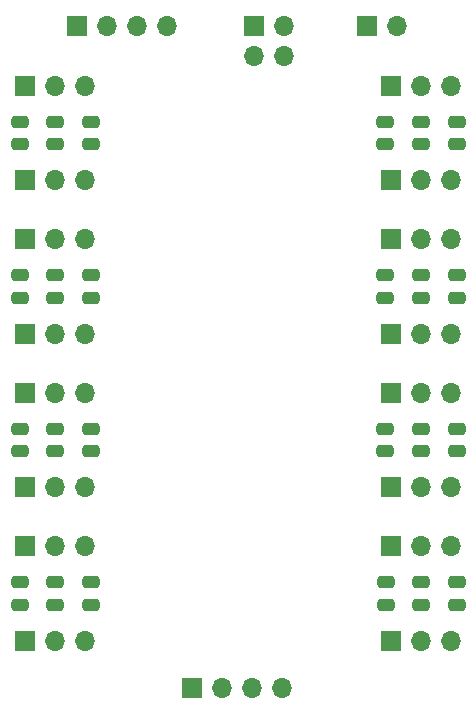
<source format=gbr>
%TF.GenerationSoftware,KiCad,Pcbnew,8.0.3*%
%TF.CreationDate,2024-06-28T14:01:33-07:00*%
%TF.ProjectId,smartstake-mux-breakout,736d6172-7473-4746-916b-652d6d75782d,rev?*%
%TF.SameCoordinates,Original*%
%TF.FileFunction,Soldermask,Bot*%
%TF.FilePolarity,Negative*%
%FSLAX46Y46*%
G04 Gerber Fmt 4.6, Leading zero omitted, Abs format (unit mm)*
G04 Created by KiCad (PCBNEW 8.0.3) date 2024-06-28 14:01:33*
%MOMM*%
%LPD*%
G01*
G04 APERTURE LIST*
G04 Aperture macros list*
%AMRoundRect*
0 Rectangle with rounded corners*
0 $1 Rounding radius*
0 $2 $3 $4 $5 $6 $7 $8 $9 X,Y pos of 4 corners*
0 Add a 4 corners polygon primitive as box body*
4,1,4,$2,$3,$4,$5,$6,$7,$8,$9,$2,$3,0*
0 Add four circle primitives for the rounded corners*
1,1,$1+$1,$2,$3*
1,1,$1+$1,$4,$5*
1,1,$1+$1,$6,$7*
1,1,$1+$1,$8,$9*
0 Add four rect primitives between the rounded corners*
20,1,$1+$1,$2,$3,$4,$5,0*
20,1,$1+$1,$4,$5,$6,$7,0*
20,1,$1+$1,$6,$7,$8,$9,0*
20,1,$1+$1,$8,$9,$2,$3,0*%
G04 Aperture macros list end*
%ADD10R,1.700000X1.700000*%
%ADD11O,1.700000X1.700000*%
%ADD12RoundRect,0.250000X-0.475000X0.250000X-0.475000X-0.250000X0.475000X-0.250000X0.475000X0.250000X0*%
G04 APERTURE END LIST*
D10*
%TO.C,J20*%
X56130000Y-98000000D03*
D11*
X58670000Y-98000000D03*
X61210000Y-98000000D03*
X63750000Y-98000000D03*
%TD*%
D10*
%TO.C,J4*%
X42000000Y-47000000D03*
D11*
X44540000Y-47000000D03*
X47080000Y-47000000D03*
%TD*%
D10*
%TO.C,J18*%
X72950000Y-86000000D03*
D11*
X75490000Y-86000000D03*
X78030000Y-86000000D03*
%TD*%
D10*
%TO.C,J11*%
X42000000Y-94000000D03*
D11*
X44540000Y-94000000D03*
X47080000Y-94000000D03*
%TD*%
D10*
%TO.C,J19*%
X72950000Y-94000000D03*
D11*
X75490000Y-94000000D03*
X78030000Y-94000000D03*
%TD*%
D10*
%TO.C,J2*%
X46380000Y-42000000D03*
D11*
X48920000Y-42000000D03*
X51460000Y-42000000D03*
X54000000Y-42000000D03*
%TD*%
D10*
%TO.C,J10*%
X42000000Y-86000000D03*
D11*
X44540000Y-86000000D03*
X47080000Y-86000000D03*
%TD*%
D10*
%TO.C,J7*%
X42000000Y-68000000D03*
D11*
X44540000Y-68000000D03*
X47080000Y-68000000D03*
%TD*%
D10*
%TO.C,J15*%
X72950000Y-68000000D03*
D11*
X75490000Y-68000000D03*
X78030000Y-68000000D03*
%TD*%
D10*
%TO.C,J12*%
X72950000Y-47000000D03*
D11*
X75490000Y-47000000D03*
X78030000Y-47000000D03*
%TD*%
D10*
%TO.C,J13*%
X72950000Y-55000000D03*
D11*
X75490000Y-55000000D03*
X78030000Y-55000000D03*
%TD*%
D10*
%TO.C,J3*%
X70920000Y-42000000D03*
D11*
X73460000Y-42000000D03*
%TD*%
D10*
%TO.C,J17*%
X72950000Y-81000000D03*
D11*
X75490000Y-81000000D03*
X78030000Y-81000000D03*
%TD*%
D10*
%TO.C,J14*%
X72950000Y-60000000D03*
D11*
X75490000Y-60000000D03*
X78030000Y-60000000D03*
%TD*%
D10*
%TO.C,J8*%
X42000000Y-73000000D03*
D11*
X44540000Y-73000000D03*
X47080000Y-73000000D03*
%TD*%
D10*
%TO.C,J16*%
X72950000Y-73000000D03*
D11*
X75490000Y-73000000D03*
X78030000Y-73000000D03*
%TD*%
D10*
%TO.C,J9*%
X42000000Y-81000000D03*
D11*
X44540000Y-81000000D03*
X47080000Y-81000000D03*
%TD*%
D10*
%TO.C,J6*%
X42000000Y-60000000D03*
D11*
X44540000Y-60000000D03*
X47080000Y-60000000D03*
%TD*%
D10*
%TO.C,J1*%
X61380000Y-42000000D03*
D11*
X63920000Y-42000000D03*
X61380000Y-44540000D03*
X63920000Y-44540000D03*
%TD*%
D10*
%TO.C,J5*%
X42000000Y-55000000D03*
D11*
X44540000Y-55000000D03*
X47080000Y-55000000D03*
%TD*%
D12*
%TO.C,M21*%
X78500000Y-50050000D03*
X78500000Y-51950000D03*
%TD*%
%TO.C,M12*%
X44540000Y-89050000D03*
X44540000Y-90950000D03*
%TD*%
%TO.C,M23*%
X78500000Y-76050000D03*
X78500000Y-77950000D03*
%TD*%
%TO.C,M10*%
X44540000Y-63050000D03*
X44540000Y-64950000D03*
%TD*%
%TO.C,M20*%
X47550000Y-89050000D03*
X47550000Y-90950000D03*
%TD*%
%TO.C,M9*%
X44540000Y-50050000D03*
X44540000Y-51950000D03*
%TD*%
%TO.C,M13*%
X75490000Y-50050000D03*
X75490000Y-51950000D03*
%TD*%
%TO.C,M19*%
X47550000Y-76050000D03*
X47550000Y-77950000D03*
%TD*%
%TO.C,M14*%
X75490000Y-63050000D03*
X75490000Y-64950000D03*
%TD*%
%TO.C,M2*%
X41530000Y-63050000D03*
X41530000Y-64950000D03*
%TD*%
%TO.C,M4*%
X41530000Y-89050000D03*
X41530000Y-90950000D03*
%TD*%
%TO.C,M22*%
X78500000Y-63050000D03*
X78500000Y-64950000D03*
%TD*%
%TO.C,M16*%
X75500000Y-89050000D03*
X75500000Y-90950000D03*
%TD*%
%TO.C,M18*%
X47550000Y-63050000D03*
X47550000Y-64950000D03*
%TD*%
%TO.C,M6*%
X72480000Y-63050000D03*
X72480000Y-64950000D03*
%TD*%
%TO.C,M11*%
X44540000Y-76050000D03*
X44540000Y-77950000D03*
%TD*%
%TO.C,M7*%
X72480000Y-76050000D03*
X72480000Y-77950000D03*
%TD*%
%TO.C,M15*%
X75490000Y-76050000D03*
X75490000Y-77950000D03*
%TD*%
%TO.C,M24*%
X78510000Y-89050000D03*
X78510000Y-90950000D03*
%TD*%
%TO.C,M17*%
X47550000Y-50050000D03*
X47550000Y-51950000D03*
%TD*%
%TO.C,M5*%
X72480000Y-50050000D03*
X72480000Y-51950000D03*
%TD*%
%TO.C,M8*%
X72490000Y-89050000D03*
X72490000Y-90950000D03*
%TD*%
%TO.C,M3*%
X41530000Y-76050000D03*
X41530000Y-77950000D03*
%TD*%
%TO.C,M1*%
X41530000Y-50050000D03*
X41530000Y-51950000D03*
%TD*%
M02*

</source>
